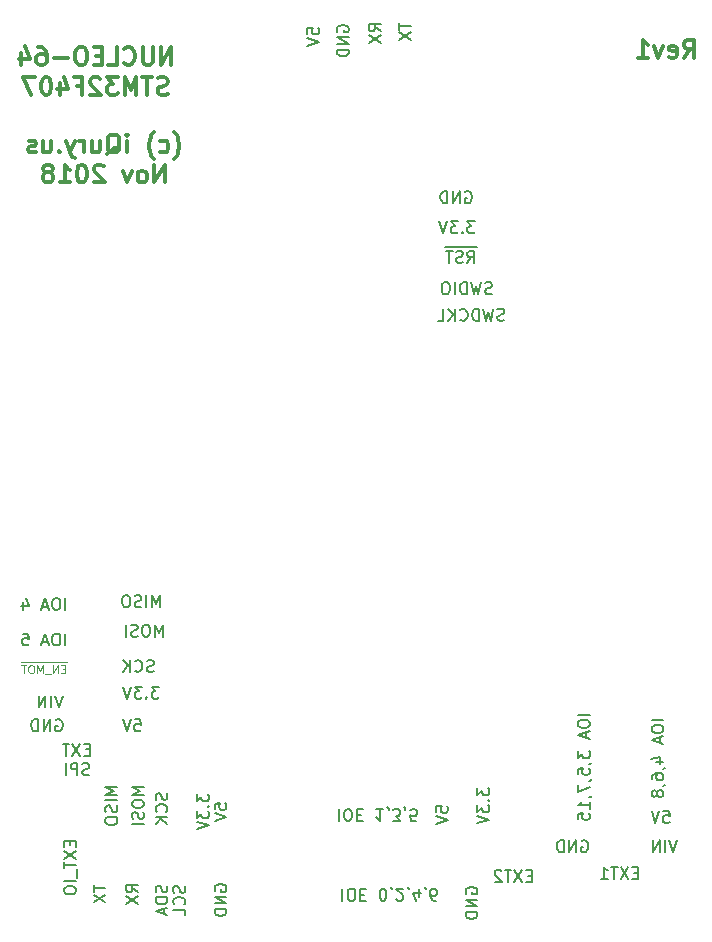
<source format=gbo>
G04 #@! TF.GenerationSoftware,KiCad,Pcbnew,6.0.0-rc1-unknown-82f657e~66~ubuntu18.10.1*
G04 #@! TF.CreationDate,2018-11-25T01:12:17-08:00*
G04 #@! TF.ProjectId,Nucleo-64-407,4e75636c-656f-42d3-9634-2d3430372e6b,rev?*
G04 #@! TF.SameCoordinates,PX328b740PY6ea0500*
G04 #@! TF.FileFunction,Legend,Bot*
G04 #@! TF.FilePolarity,Positive*
%FSLAX46Y46*%
G04 Gerber Fmt 4.6, Leading zero omitted, Abs format (unit mm)*
G04 Created by KiCad (PCBNEW 6.0.0-rc1-unknown-82f657e~66~ubuntu18.10.1) date Sun 25 Nov 2018 01:12:17 AM PST*
%MOMM*%
%LPD*%
G01*
G04 APERTURE LIST*
%ADD10C,0.150000*%
%ADD11C,0.100000*%
%ADD12C,0.300000*%
G04 APERTURE END LIST*
D10*
X10309523Y26547620D02*
X10309523Y27547620D01*
X9642857Y27547620D02*
X9452380Y27547620D01*
X9357142Y27500000D01*
X9261904Y27404762D01*
X9214285Y27214286D01*
X9214285Y26880953D01*
X9261904Y26690477D01*
X9357142Y26595239D01*
X9452380Y26547620D01*
X9642857Y26547620D01*
X9738095Y26595239D01*
X9833333Y26690477D01*
X9880952Y26880953D01*
X9880952Y27214286D01*
X9833333Y27404762D01*
X9738095Y27500000D01*
X9642857Y27547620D01*
X8833333Y26833334D02*
X8357142Y26833334D01*
X8928571Y26547620D02*
X8595238Y27547620D01*
X8261904Y26547620D01*
X6738095Y27214286D02*
X6738095Y26547620D01*
X6976190Y27595239D02*
X7214285Y26880953D01*
X6595238Y26880953D01*
X10309523Y23547620D02*
X10309523Y24547620D01*
X9642857Y24547620D02*
X9452380Y24547620D01*
X9357142Y24500000D01*
X9261904Y24404762D01*
X9214285Y24214286D01*
X9214285Y23880953D01*
X9261904Y23690477D01*
X9357142Y23595239D01*
X9452380Y23547620D01*
X9642857Y23547620D01*
X9738095Y23595239D01*
X9833333Y23690477D01*
X9880952Y23880953D01*
X9880952Y24214286D01*
X9833333Y24404762D01*
X9738095Y24500000D01*
X9642857Y24547620D01*
X8833333Y23833334D02*
X8357142Y23833334D01*
X8928571Y23547620D02*
X8595238Y24547620D01*
X8261904Y23547620D01*
X6690476Y24547620D02*
X7166666Y24547620D01*
X7214285Y24071429D01*
X7166666Y24119048D01*
X7071428Y24166667D01*
X6833333Y24166667D01*
X6738095Y24119048D01*
X6690476Y24071429D01*
X6642857Y23976191D01*
X6642857Y23738096D01*
X6690476Y23642858D01*
X6738095Y23595239D01*
X6833333Y23547620D01*
X7071428Y23547620D01*
X7166666Y23595239D01*
X7214285Y23642858D01*
D11*
X10483333Y22134000D02*
X9850000Y22134000D01*
X10316666Y21550000D02*
X10083333Y21550000D01*
X9983333Y21183334D02*
X10316666Y21183334D01*
X10316666Y21883334D01*
X9983333Y21883334D01*
X9850000Y22134000D02*
X9116666Y22134000D01*
X9683333Y21183334D02*
X9683333Y21883334D01*
X9283333Y21183334D01*
X9283333Y21883334D01*
X9116666Y22134000D02*
X8583333Y22134000D01*
X9116666Y21116667D02*
X8583333Y21116667D01*
X8583333Y22134000D02*
X7783333Y22134000D01*
X8416666Y21183334D02*
X8416666Y21883334D01*
X8183333Y21383334D01*
X7950000Y21883334D01*
X7950000Y21183334D01*
X7783333Y22134000D02*
X7050000Y22134000D01*
X7483333Y21883334D02*
X7350000Y21883334D01*
X7283333Y21850000D01*
X7216666Y21783334D01*
X7183333Y21650000D01*
X7183333Y21416667D01*
X7216666Y21283334D01*
X7283333Y21216667D01*
X7350000Y21183334D01*
X7483333Y21183334D01*
X7550000Y21216667D01*
X7616666Y21283334D01*
X7650000Y21416667D01*
X7650000Y21650000D01*
X7616666Y21783334D01*
X7550000Y21850000D01*
X7483333Y21883334D01*
X7050000Y22134000D02*
X6516666Y22134000D01*
X6983333Y21883334D02*
X6583333Y21883334D01*
X6783333Y21183334D02*
X6783333Y21883334D01*
D10*
X18321428Y26797620D02*
X18321428Y27797620D01*
X17988095Y27083334D01*
X17654761Y27797620D01*
X17654761Y26797620D01*
X17178571Y26797620D02*
X17178571Y27797620D01*
X16750000Y26845239D02*
X16607142Y26797620D01*
X16369047Y26797620D01*
X16273809Y26845239D01*
X16226190Y26892858D01*
X16178571Y26988096D01*
X16178571Y27083334D01*
X16226190Y27178572D01*
X16273809Y27226191D01*
X16369047Y27273810D01*
X16559523Y27321429D01*
X16654761Y27369048D01*
X16702380Y27416667D01*
X16750000Y27511905D01*
X16750000Y27607143D01*
X16702380Y27702381D01*
X16654761Y27750000D01*
X16559523Y27797620D01*
X16321428Y27797620D01*
X16178571Y27750000D01*
X15559523Y27797620D02*
X15369047Y27797620D01*
X15273809Y27750000D01*
X15178571Y27654762D01*
X15130952Y27464286D01*
X15130952Y27130953D01*
X15178571Y26940477D01*
X15273809Y26845239D01*
X15369047Y26797620D01*
X15559523Y26797620D01*
X15654761Y26845239D01*
X15750000Y26940477D01*
X15797619Y27130953D01*
X15797619Y27464286D01*
X15750000Y27654762D01*
X15654761Y27750000D01*
X15559523Y27797620D01*
X18571428Y24297620D02*
X18571428Y25297620D01*
X18238095Y24583334D01*
X17904761Y25297620D01*
X17904761Y24297620D01*
X17238095Y25297620D02*
X17047619Y25297620D01*
X16952380Y25250000D01*
X16857142Y25154762D01*
X16809523Y24964286D01*
X16809523Y24630953D01*
X16857142Y24440477D01*
X16952380Y24345239D01*
X17047619Y24297620D01*
X17238095Y24297620D01*
X17333333Y24345239D01*
X17428571Y24440477D01*
X17476190Y24630953D01*
X17476190Y24964286D01*
X17428571Y25154762D01*
X17333333Y25250000D01*
X17238095Y25297620D01*
X16428571Y24345239D02*
X16285714Y24297620D01*
X16047619Y24297620D01*
X15952380Y24345239D01*
X15904761Y24392858D01*
X15857142Y24488096D01*
X15857142Y24583334D01*
X15904761Y24678572D01*
X15952380Y24726191D01*
X16047619Y24773810D01*
X16238095Y24821429D01*
X16333333Y24869048D01*
X16380952Y24916667D01*
X16428571Y25011905D01*
X16428571Y25107143D01*
X16380952Y25202381D01*
X16333333Y25250000D01*
X16238095Y25297620D01*
X16000000Y25297620D01*
X15857142Y25250000D01*
X15428571Y24297620D02*
X15428571Y25297620D01*
X17785714Y21345239D02*
X17642857Y21297620D01*
X17404761Y21297620D01*
X17309523Y21345239D01*
X17261904Y21392858D01*
X17214285Y21488096D01*
X17214285Y21583334D01*
X17261904Y21678572D01*
X17309523Y21726191D01*
X17404761Y21773810D01*
X17595238Y21821429D01*
X17690476Y21869048D01*
X17738095Y21916667D01*
X17785714Y22011905D01*
X17785714Y22107143D01*
X17738095Y22202381D01*
X17690476Y22250000D01*
X17595238Y22297620D01*
X17357142Y22297620D01*
X17214285Y22250000D01*
X16214285Y21392858D02*
X16261904Y21345239D01*
X16404761Y21297620D01*
X16500000Y21297620D01*
X16642857Y21345239D01*
X16738095Y21440477D01*
X16785714Y21535715D01*
X16833333Y21726191D01*
X16833333Y21869048D01*
X16785714Y22059524D01*
X16738095Y22154762D01*
X16642857Y22250000D01*
X16500000Y22297620D01*
X16404761Y22297620D01*
X16261904Y22250000D01*
X16214285Y22202381D01*
X15785714Y21297620D02*
X15785714Y22297620D01*
X15214285Y21297620D02*
X15642857Y21869048D01*
X15214285Y22297620D02*
X15785714Y21726191D01*
X10095238Y19297620D02*
X9761904Y18297620D01*
X9428571Y19297620D01*
X9095238Y18297620D02*
X9095238Y19297620D01*
X8619047Y18297620D02*
X8619047Y19297620D01*
X8047619Y18297620D01*
X8047619Y19297620D01*
X18226190Y20047620D02*
X17607142Y20047620D01*
X17940476Y19666667D01*
X17797619Y19666667D01*
X17702380Y19619048D01*
X17654761Y19571429D01*
X17607142Y19476191D01*
X17607142Y19238096D01*
X17654761Y19142858D01*
X17702380Y19095239D01*
X17797619Y19047620D01*
X18083333Y19047620D01*
X18178571Y19095239D01*
X18226190Y19142858D01*
X17178571Y19142858D02*
X17130952Y19095239D01*
X17178571Y19047620D01*
X17226190Y19095239D01*
X17178571Y19142858D01*
X17178571Y19047620D01*
X16797619Y20047620D02*
X16178571Y20047620D01*
X16511904Y19666667D01*
X16369047Y19666667D01*
X16273809Y19619048D01*
X16226190Y19571429D01*
X16178571Y19476191D01*
X16178571Y19238096D01*
X16226190Y19142858D01*
X16273809Y19095239D01*
X16369047Y19047620D01*
X16654761Y19047620D01*
X16750000Y19095239D01*
X16797619Y19142858D01*
X15892857Y20047620D02*
X15559523Y19047620D01*
X15226190Y20047620D01*
X16190476Y17297620D02*
X16666666Y17297620D01*
X16714285Y16821429D01*
X16666666Y16869048D01*
X16571428Y16916667D01*
X16333333Y16916667D01*
X16238095Y16869048D01*
X16190476Y16821429D01*
X16142857Y16726191D01*
X16142857Y16488096D01*
X16190476Y16392858D01*
X16238095Y16345239D01*
X16333333Y16297620D01*
X16571428Y16297620D01*
X16666666Y16345239D01*
X16714285Y16392858D01*
X15857142Y17297620D02*
X15523809Y16297620D01*
X15190476Y17297620D01*
X9511904Y17250000D02*
X9607142Y17297620D01*
X9750000Y17297620D01*
X9892857Y17250000D01*
X9988095Y17154762D01*
X10035714Y17059524D01*
X10083333Y16869048D01*
X10083333Y16726191D01*
X10035714Y16535715D01*
X9988095Y16440477D01*
X9892857Y16345239D01*
X9750000Y16297620D01*
X9654761Y16297620D01*
X9511904Y16345239D01*
X9464285Y16392858D01*
X9464285Y16726191D01*
X9654761Y16726191D01*
X9035714Y16297620D02*
X9035714Y17297620D01*
X8464285Y16297620D01*
X8464285Y17297620D01*
X7988095Y16297620D02*
X7988095Y17297620D01*
X7750000Y17297620D01*
X7607142Y17250000D01*
X7511904Y17154762D01*
X7464285Y17059524D01*
X7416666Y16869048D01*
X7416666Y16726191D01*
X7464285Y16535715D01*
X7511904Y16440477D01*
X7607142Y16345239D01*
X7750000Y16297620D01*
X7988095Y16297620D01*
X14702380Y11571429D02*
X13702380Y11571429D01*
X14416666Y11238096D01*
X13702380Y10904762D01*
X14702380Y10904762D01*
X14702380Y10428572D02*
X13702380Y10428572D01*
X14654761Y10000000D02*
X14702380Y9857143D01*
X14702380Y9619048D01*
X14654761Y9523810D01*
X14607142Y9476191D01*
X14511904Y9428572D01*
X14416666Y9428572D01*
X14321428Y9476191D01*
X14273809Y9523810D01*
X14226190Y9619048D01*
X14178571Y9809524D01*
X14130952Y9904762D01*
X14083333Y9952381D01*
X13988095Y10000000D01*
X13892857Y10000000D01*
X13797619Y9952381D01*
X13750000Y9904762D01*
X13702380Y9809524D01*
X13702380Y9571429D01*
X13750000Y9428572D01*
X13702380Y8809524D02*
X13702380Y8619048D01*
X13750000Y8523810D01*
X13845238Y8428572D01*
X14035714Y8380953D01*
X14369047Y8380953D01*
X14559523Y8428572D01*
X14654761Y8523810D01*
X14702380Y8619048D01*
X14702380Y8809524D01*
X14654761Y8904762D01*
X14559523Y9000000D01*
X14369047Y9047620D01*
X14035714Y9047620D01*
X13845238Y9000000D01*
X13750000Y8904762D01*
X13702380Y8809524D01*
X16952380Y11571429D02*
X15952380Y11571429D01*
X16666666Y11238096D01*
X15952380Y10904762D01*
X16952380Y10904762D01*
X15952380Y10238096D02*
X15952380Y10047620D01*
X16000000Y9952381D01*
X16095238Y9857143D01*
X16285714Y9809524D01*
X16619047Y9809524D01*
X16809523Y9857143D01*
X16904761Y9952381D01*
X16952380Y10047620D01*
X16952380Y10238096D01*
X16904761Y10333334D01*
X16809523Y10428572D01*
X16619047Y10476191D01*
X16285714Y10476191D01*
X16095238Y10428572D01*
X16000000Y10333334D01*
X15952380Y10238096D01*
X16904761Y9428572D02*
X16952380Y9285715D01*
X16952380Y9047620D01*
X16904761Y8952381D01*
X16857142Y8904762D01*
X16761904Y8857143D01*
X16666666Y8857143D01*
X16571428Y8904762D01*
X16523809Y8952381D01*
X16476190Y9047620D01*
X16428571Y9238096D01*
X16380952Y9333334D01*
X16333333Y9380953D01*
X16238095Y9428572D01*
X16142857Y9428572D01*
X16047619Y9380953D01*
X16000000Y9333334D01*
X15952380Y9238096D01*
X15952380Y9000000D01*
X16000000Y8857143D01*
X16952380Y8428572D02*
X15952380Y8428572D01*
X18904761Y11035715D02*
X18952380Y10892858D01*
X18952380Y10654762D01*
X18904761Y10559524D01*
X18857142Y10511905D01*
X18761904Y10464286D01*
X18666666Y10464286D01*
X18571428Y10511905D01*
X18523809Y10559524D01*
X18476190Y10654762D01*
X18428571Y10845239D01*
X18380952Y10940477D01*
X18333333Y10988096D01*
X18238095Y11035715D01*
X18142857Y11035715D01*
X18047619Y10988096D01*
X18000000Y10940477D01*
X17952380Y10845239D01*
X17952380Y10607143D01*
X18000000Y10464286D01*
X18857142Y9464286D02*
X18904761Y9511905D01*
X18952380Y9654762D01*
X18952380Y9750000D01*
X18904761Y9892858D01*
X18809523Y9988096D01*
X18714285Y10035715D01*
X18523809Y10083334D01*
X18380952Y10083334D01*
X18190476Y10035715D01*
X18095238Y9988096D01*
X18000000Y9892858D01*
X17952380Y9750000D01*
X17952380Y9654762D01*
X18000000Y9511905D01*
X18047619Y9464286D01*
X18952380Y9035715D02*
X17952380Y9035715D01*
X18952380Y8464286D02*
X18380952Y8892858D01*
X17952380Y8464286D02*
X18523809Y9035715D01*
X21452380Y10976191D02*
X21452380Y10357143D01*
X21833333Y10690477D01*
X21833333Y10547620D01*
X21880952Y10452381D01*
X21928571Y10404762D01*
X22023809Y10357143D01*
X22261904Y10357143D01*
X22357142Y10404762D01*
X22404761Y10452381D01*
X22452380Y10547620D01*
X22452380Y10833334D01*
X22404761Y10928572D01*
X22357142Y10976191D01*
X22357142Y9928572D02*
X22404761Y9880953D01*
X22452380Y9928572D01*
X22404761Y9976191D01*
X22357142Y9928572D01*
X22452380Y9928572D01*
X21452380Y9547620D02*
X21452380Y8928572D01*
X21833333Y9261905D01*
X21833333Y9119048D01*
X21880952Y9023810D01*
X21928571Y8976191D01*
X22023809Y8928572D01*
X22261904Y8928572D01*
X22357142Y8976191D01*
X22404761Y9023810D01*
X22452380Y9119048D01*
X22452380Y9404762D01*
X22404761Y9500000D01*
X22357142Y9547620D01*
X21452380Y8642858D02*
X22452380Y8309524D01*
X21452380Y7976191D01*
X22952380Y9690477D02*
X22952380Y10166667D01*
X23428571Y10214286D01*
X23380952Y10166667D01*
X23333333Y10071429D01*
X23333333Y9833334D01*
X23380952Y9738096D01*
X23428571Y9690477D01*
X23523809Y9642858D01*
X23761904Y9642858D01*
X23857142Y9690477D01*
X23904761Y9738096D01*
X23952380Y9833334D01*
X23952380Y10071429D01*
X23904761Y10166667D01*
X23857142Y10214286D01*
X22952380Y9357143D02*
X23952380Y9023810D01*
X22952380Y8690477D01*
X23000000Y2761905D02*
X22952380Y2857143D01*
X22952380Y3000000D01*
X23000000Y3142858D01*
X23095238Y3238096D01*
X23190476Y3285715D01*
X23380952Y3333334D01*
X23523809Y3333334D01*
X23714285Y3285715D01*
X23809523Y3238096D01*
X23904761Y3142858D01*
X23952380Y3000000D01*
X23952380Y2904762D01*
X23904761Y2761905D01*
X23857142Y2714286D01*
X23523809Y2714286D01*
X23523809Y2904762D01*
X23952380Y2285715D02*
X22952380Y2285715D01*
X23952380Y1714286D01*
X22952380Y1714286D01*
X23952380Y1238096D02*
X22952380Y1238096D01*
X22952380Y1000000D01*
X23000000Y857143D01*
X23095238Y761905D01*
X23190476Y714286D01*
X23380952Y666667D01*
X23523809Y666667D01*
X23714285Y714286D01*
X23809523Y761905D01*
X23904761Y857143D01*
X23952380Y1000000D01*
X23952380Y1238096D01*
X20404761Y3190477D02*
X20452380Y3047620D01*
X20452380Y2809524D01*
X20404761Y2714286D01*
X20357142Y2666667D01*
X20261904Y2619048D01*
X20166666Y2619048D01*
X20071428Y2666667D01*
X20023809Y2714286D01*
X19976190Y2809524D01*
X19928571Y3000000D01*
X19880952Y3095239D01*
X19833333Y3142858D01*
X19738095Y3190477D01*
X19642857Y3190477D01*
X19547619Y3142858D01*
X19500000Y3095239D01*
X19452380Y3000000D01*
X19452380Y2761905D01*
X19500000Y2619048D01*
X20357142Y1619048D02*
X20404761Y1666667D01*
X20452380Y1809524D01*
X20452380Y1904762D01*
X20404761Y2047620D01*
X20309523Y2142858D01*
X20214285Y2190477D01*
X20023809Y2238096D01*
X19880952Y2238096D01*
X19690476Y2190477D01*
X19595238Y2142858D01*
X19500000Y2047620D01*
X19452380Y1904762D01*
X19452380Y1809524D01*
X19500000Y1666667D01*
X19547619Y1619048D01*
X20452380Y714286D02*
X20452380Y1190477D01*
X19452380Y1190477D01*
X18904761Y3214286D02*
X18952380Y3071429D01*
X18952380Y2833334D01*
X18904761Y2738096D01*
X18857142Y2690477D01*
X18761904Y2642858D01*
X18666666Y2642858D01*
X18571428Y2690477D01*
X18523809Y2738096D01*
X18476190Y2833334D01*
X18428571Y3023810D01*
X18380952Y3119048D01*
X18333333Y3166667D01*
X18238095Y3214286D01*
X18142857Y3214286D01*
X18047619Y3166667D01*
X18000000Y3119048D01*
X17952380Y3023810D01*
X17952380Y2785715D01*
X18000000Y2642858D01*
X18952380Y2214286D02*
X17952380Y2214286D01*
X17952380Y1976191D01*
X18000000Y1833334D01*
X18095238Y1738096D01*
X18190476Y1690477D01*
X18380952Y1642858D01*
X18523809Y1642858D01*
X18714285Y1690477D01*
X18809523Y1738096D01*
X18904761Y1833334D01*
X18952380Y1976191D01*
X18952380Y2214286D01*
X18666666Y1261905D02*
X18666666Y785715D01*
X18952380Y1357143D02*
X17952380Y1023810D01*
X18952380Y690477D01*
X16452380Y2666667D02*
X15976190Y3000000D01*
X16452380Y3238096D02*
X15452380Y3238096D01*
X15452380Y2857143D01*
X15500000Y2761905D01*
X15547619Y2714286D01*
X15642857Y2666667D01*
X15785714Y2666667D01*
X15880952Y2714286D01*
X15928571Y2761905D01*
X15976190Y2857143D01*
X15976190Y3238096D01*
X15452380Y2333334D02*
X16452380Y1666667D01*
X15452380Y1666667D02*
X16452380Y2333334D01*
X12702380Y3261905D02*
X12702380Y2690477D01*
X13702380Y2976191D02*
X12702380Y2976191D01*
X12702380Y2452381D02*
X13702380Y1785715D01*
X12702380Y1785715D02*
X13702380Y2452381D01*
X33773809Y2952381D02*
X33773809Y1952381D01*
X34440476Y1952381D02*
X34630952Y1952381D01*
X34726190Y2000000D01*
X34821428Y2095239D01*
X34869047Y2285715D01*
X34869047Y2619048D01*
X34821428Y2809524D01*
X34726190Y2904762D01*
X34630952Y2952381D01*
X34440476Y2952381D01*
X34345238Y2904762D01*
X34250000Y2809524D01*
X34202380Y2619048D01*
X34202380Y2285715D01*
X34250000Y2095239D01*
X34345238Y2000000D01*
X34440476Y1952381D01*
X35297619Y2428572D02*
X35630952Y2428572D01*
X35773809Y2952381D02*
X35297619Y2952381D01*
X35297619Y1952381D01*
X35773809Y1952381D01*
X37154761Y1952381D02*
X37250000Y1952381D01*
X37345238Y2000000D01*
X37392857Y2047620D01*
X37440476Y2142858D01*
X37488095Y2333334D01*
X37488095Y2571429D01*
X37440476Y2761905D01*
X37392857Y2857143D01*
X37345238Y2904762D01*
X37250000Y2952381D01*
X37154761Y2952381D01*
X37059523Y2904762D01*
X37011904Y2857143D01*
X36964285Y2761905D01*
X36916666Y2571429D01*
X36916666Y2333334D01*
X36964285Y2142858D01*
X37011904Y2047620D01*
X37059523Y2000000D01*
X37154761Y1952381D01*
X37964285Y2904762D02*
X37964285Y2952381D01*
X37916666Y3047620D01*
X37869047Y3095239D01*
X38345238Y2047620D02*
X38392857Y2000000D01*
X38488095Y1952381D01*
X38726190Y1952381D01*
X38821428Y2000000D01*
X38869047Y2047620D01*
X38916666Y2142858D01*
X38916666Y2238096D01*
X38869047Y2380953D01*
X38297619Y2952381D01*
X38916666Y2952381D01*
X39392857Y2904762D02*
X39392857Y2952381D01*
X39345238Y3047620D01*
X39297619Y3095239D01*
X40250000Y2285715D02*
X40250000Y2952381D01*
X40011904Y1904762D02*
X39773809Y2619048D01*
X40392857Y2619048D01*
X40821428Y2904762D02*
X40821428Y2952381D01*
X40773809Y3047620D01*
X40726190Y3095239D01*
X41678571Y1952381D02*
X41488095Y1952381D01*
X41392857Y2000000D01*
X41345238Y2047620D01*
X41250000Y2190477D01*
X41202380Y2380953D01*
X41202380Y2761905D01*
X41250000Y2857143D01*
X41297619Y2904762D01*
X41392857Y2952381D01*
X41583333Y2952381D01*
X41678571Y2904762D01*
X41726190Y2857143D01*
X41773809Y2761905D01*
X41773809Y2523810D01*
X41726190Y2428572D01*
X41678571Y2380953D01*
X41583333Y2333334D01*
X41392857Y2333334D01*
X41297619Y2380953D01*
X41250000Y2428572D01*
X41202380Y2523810D01*
X33488095Y9702381D02*
X33488095Y8702381D01*
X34154761Y8702381D02*
X34345238Y8702381D01*
X34440476Y8750000D01*
X34535714Y8845239D01*
X34583333Y9035715D01*
X34583333Y9369048D01*
X34535714Y9559524D01*
X34440476Y9654762D01*
X34345238Y9702381D01*
X34154761Y9702381D01*
X34059523Y9654762D01*
X33964285Y9559524D01*
X33916666Y9369048D01*
X33916666Y9035715D01*
X33964285Y8845239D01*
X34059523Y8750000D01*
X34154761Y8702381D01*
X35011904Y9178572D02*
X35345238Y9178572D01*
X35488095Y9702381D02*
X35011904Y9702381D01*
X35011904Y8702381D01*
X35488095Y8702381D01*
X37202380Y9702381D02*
X36630952Y9702381D01*
X36916666Y9702381D02*
X36916666Y8702381D01*
X36821428Y8845239D01*
X36726190Y8940477D01*
X36630952Y8988096D01*
X37678571Y9654762D02*
X37678571Y9702381D01*
X37630952Y9797620D01*
X37583333Y9845239D01*
X38011904Y8702381D02*
X38630952Y8702381D01*
X38297619Y9083334D01*
X38440476Y9083334D01*
X38535714Y9130953D01*
X38583333Y9178572D01*
X38630952Y9273810D01*
X38630952Y9511905D01*
X38583333Y9607143D01*
X38535714Y9654762D01*
X38440476Y9702381D01*
X38154761Y9702381D01*
X38059523Y9654762D01*
X38011904Y9607143D01*
X39107142Y9654762D02*
X39107142Y9702381D01*
X39059523Y9797620D01*
X39011904Y9845239D01*
X40011904Y8702381D02*
X39535714Y8702381D01*
X39488095Y9178572D01*
X39535714Y9130953D01*
X39630952Y9083334D01*
X39869047Y9083334D01*
X39964285Y9130953D01*
X40011904Y9178572D01*
X40059523Y9273810D01*
X40059523Y9511905D01*
X40011904Y9607143D01*
X39964285Y9654762D01*
X39869047Y9702381D01*
X39630952Y9702381D01*
X39535714Y9654762D01*
X39488095Y9607143D01*
X44250000Y2511905D02*
X44202380Y2607143D01*
X44202380Y2750000D01*
X44250000Y2892858D01*
X44345238Y2988096D01*
X44440476Y3035715D01*
X44630952Y3083334D01*
X44773809Y3083334D01*
X44964285Y3035715D01*
X45059523Y2988096D01*
X45154761Y2892858D01*
X45202380Y2750000D01*
X45202380Y2654762D01*
X45154761Y2511905D01*
X45107142Y2464286D01*
X44773809Y2464286D01*
X44773809Y2654762D01*
X45202380Y2035715D02*
X44202380Y2035715D01*
X45202380Y1464286D01*
X44202380Y1464286D01*
X45202380Y988096D02*
X44202380Y988096D01*
X44202380Y750000D01*
X44250000Y607143D01*
X44345238Y511905D01*
X44440476Y464286D01*
X44630952Y416667D01*
X44773809Y416667D01*
X44964285Y464286D01*
X45059523Y511905D01*
X45154761Y607143D01*
X45202380Y750000D01*
X45202380Y988096D01*
X45202380Y11476191D02*
X45202380Y10857143D01*
X45583333Y11190477D01*
X45583333Y11047620D01*
X45630952Y10952381D01*
X45678571Y10904762D01*
X45773809Y10857143D01*
X46011904Y10857143D01*
X46107142Y10904762D01*
X46154761Y10952381D01*
X46202380Y11047620D01*
X46202380Y11333334D01*
X46154761Y11428572D01*
X46107142Y11476191D01*
X46107142Y10428572D02*
X46154761Y10380953D01*
X46202380Y10428572D01*
X46154761Y10476191D01*
X46107142Y10428572D01*
X46202380Y10428572D01*
X45202380Y10047620D02*
X45202380Y9428572D01*
X45583333Y9761905D01*
X45583333Y9619048D01*
X45630952Y9523810D01*
X45678571Y9476191D01*
X45773809Y9428572D01*
X46011904Y9428572D01*
X46107142Y9476191D01*
X46154761Y9523810D01*
X46202380Y9619048D01*
X46202380Y9904762D01*
X46154761Y10000000D01*
X46107142Y10047620D01*
X45202380Y9142858D02*
X46202380Y8809524D01*
X45202380Y8476191D01*
X41702380Y9440477D02*
X41702380Y9916667D01*
X42178571Y9964286D01*
X42130952Y9916667D01*
X42083333Y9821429D01*
X42083333Y9583334D01*
X42130952Y9488096D01*
X42178571Y9440477D01*
X42273809Y9392858D01*
X42511904Y9392858D01*
X42607142Y9440477D01*
X42654761Y9488096D01*
X42702380Y9583334D01*
X42702380Y9821429D01*
X42654761Y9916667D01*
X42607142Y9964286D01*
X41702380Y9107143D02*
X42702380Y8773810D01*
X41702380Y8440477D01*
X54702380Y17678572D02*
X53702380Y17678572D01*
X53702380Y17011905D02*
X53702380Y16821429D01*
X53750000Y16726191D01*
X53845238Y16630953D01*
X54035714Y16583334D01*
X54369047Y16583334D01*
X54559523Y16630953D01*
X54654761Y16726191D01*
X54702380Y16821429D01*
X54702380Y17011905D01*
X54654761Y17107143D01*
X54559523Y17202381D01*
X54369047Y17250000D01*
X54035714Y17250000D01*
X53845238Y17202381D01*
X53750000Y17107143D01*
X53702380Y17011905D01*
X54416666Y16202381D02*
X54416666Y15726191D01*
X54702380Y16297620D02*
X53702380Y15964286D01*
X54702380Y15630953D01*
X53702380Y14630953D02*
X53702380Y14011905D01*
X54083333Y14345239D01*
X54083333Y14202381D01*
X54130952Y14107143D01*
X54178571Y14059524D01*
X54273809Y14011905D01*
X54511904Y14011905D01*
X54607142Y14059524D01*
X54654761Y14107143D01*
X54702380Y14202381D01*
X54702380Y14488096D01*
X54654761Y14583334D01*
X54607142Y14630953D01*
X54654761Y13535715D02*
X54702380Y13535715D01*
X54797619Y13583334D01*
X54845238Y13630953D01*
X53702380Y12630953D02*
X53702380Y13107143D01*
X54178571Y13154762D01*
X54130952Y13107143D01*
X54083333Y13011905D01*
X54083333Y12773810D01*
X54130952Y12678572D01*
X54178571Y12630953D01*
X54273809Y12583334D01*
X54511904Y12583334D01*
X54607142Y12630953D01*
X54654761Y12678572D01*
X54702380Y12773810D01*
X54702380Y13011905D01*
X54654761Y13107143D01*
X54607142Y13154762D01*
X54654761Y12107143D02*
X54702380Y12107143D01*
X54797619Y12154762D01*
X54845238Y12202381D01*
X53702380Y11773810D02*
X53702380Y11107143D01*
X54702380Y11535715D01*
X54654761Y10678572D02*
X54702380Y10678572D01*
X54797619Y10726191D01*
X54845238Y10773810D01*
X54702380Y9726191D02*
X54702380Y10297620D01*
X54702380Y10011905D02*
X53702380Y10011905D01*
X53845238Y10107143D01*
X53940476Y10202381D01*
X53988095Y10297620D01*
X53702380Y8821429D02*
X53702380Y9297620D01*
X54178571Y9345239D01*
X54130952Y9297620D01*
X54083333Y9202381D01*
X54083333Y8964286D01*
X54130952Y8869048D01*
X54178571Y8821429D01*
X54273809Y8773810D01*
X54511904Y8773810D01*
X54607142Y8821429D01*
X54654761Y8869048D01*
X54702380Y8964286D01*
X54702380Y9202381D01*
X54654761Y9297620D01*
X54607142Y9345239D01*
X54011904Y7000000D02*
X54107142Y7047620D01*
X54250000Y7047620D01*
X54392857Y7000000D01*
X54488095Y6904762D01*
X54535714Y6809524D01*
X54583333Y6619048D01*
X54583333Y6476191D01*
X54535714Y6285715D01*
X54488095Y6190477D01*
X54392857Y6095239D01*
X54250000Y6047620D01*
X54154761Y6047620D01*
X54011904Y6095239D01*
X53964285Y6142858D01*
X53964285Y6476191D01*
X54154761Y6476191D01*
X53535714Y6047620D02*
X53535714Y7047620D01*
X52964285Y6047620D01*
X52964285Y7047620D01*
X52488095Y6047620D02*
X52488095Y7047620D01*
X52250000Y7047620D01*
X52107142Y7000000D01*
X52011904Y6904762D01*
X51964285Y6809524D01*
X51916666Y6619048D01*
X51916666Y6476191D01*
X51964285Y6285715D01*
X52011904Y6190477D01*
X52107142Y6095239D01*
X52250000Y6047620D01*
X52488095Y6047620D01*
X62095238Y7047620D02*
X61761904Y6047620D01*
X61428571Y7047620D01*
X61095238Y6047620D02*
X61095238Y7047620D01*
X60619047Y6047620D02*
X60619047Y7047620D01*
X60047619Y6047620D01*
X60047619Y7047620D01*
X60940476Y9547620D02*
X61416666Y9547620D01*
X61464285Y9071429D01*
X61416666Y9119048D01*
X61321428Y9166667D01*
X61083333Y9166667D01*
X60988095Y9119048D01*
X60940476Y9071429D01*
X60892857Y8976191D01*
X60892857Y8738096D01*
X60940476Y8642858D01*
X60988095Y8595239D01*
X61083333Y8547620D01*
X61321428Y8547620D01*
X61416666Y8595239D01*
X61464285Y8642858D01*
X60607142Y9547620D02*
X60273809Y8547620D01*
X59940476Y9547620D01*
X60952380Y17238096D02*
X59952380Y17238096D01*
X59952380Y16571429D02*
X59952380Y16380953D01*
X60000000Y16285715D01*
X60095238Y16190477D01*
X60285714Y16142858D01*
X60619047Y16142858D01*
X60809523Y16190477D01*
X60904761Y16285715D01*
X60952380Y16380953D01*
X60952380Y16571429D01*
X60904761Y16666667D01*
X60809523Y16761905D01*
X60619047Y16809524D01*
X60285714Y16809524D01*
X60095238Y16761905D01*
X60000000Y16666667D01*
X59952380Y16571429D01*
X60666666Y15761905D02*
X60666666Y15285715D01*
X60952380Y15857143D02*
X59952380Y15523810D01*
X60952380Y15190477D01*
X60285714Y13666667D02*
X60952380Y13666667D01*
X59904761Y13904762D02*
X60619047Y14142858D01*
X60619047Y13523810D01*
X60904761Y13095239D02*
X60952380Y13095239D01*
X61047619Y13142858D01*
X61095238Y13190477D01*
X59952380Y12238096D02*
X59952380Y12428572D01*
X60000000Y12523810D01*
X60047619Y12571429D01*
X60190476Y12666667D01*
X60380952Y12714286D01*
X60761904Y12714286D01*
X60857142Y12666667D01*
X60904761Y12619048D01*
X60952380Y12523810D01*
X60952380Y12333334D01*
X60904761Y12238096D01*
X60857142Y12190477D01*
X60761904Y12142858D01*
X60523809Y12142858D01*
X60428571Y12190477D01*
X60380952Y12238096D01*
X60333333Y12333334D01*
X60333333Y12523810D01*
X60380952Y12619048D01*
X60428571Y12666667D01*
X60523809Y12714286D01*
X60904761Y11666667D02*
X60952380Y11666667D01*
X61047619Y11714286D01*
X61095238Y11761905D01*
X60380952Y11095239D02*
X60333333Y11190477D01*
X60285714Y11238096D01*
X60190476Y11285715D01*
X60142857Y11285715D01*
X60047619Y11238096D01*
X60000000Y11190477D01*
X59952380Y11095239D01*
X59952380Y10904762D01*
X60000000Y10809524D01*
X60047619Y10761905D01*
X60142857Y10714286D01*
X60190476Y10714286D01*
X60285714Y10761905D01*
X60333333Y10809524D01*
X60380952Y10904762D01*
X60380952Y11095239D01*
X60428571Y11190477D01*
X60476190Y11238096D01*
X60571428Y11285715D01*
X60761904Y11285715D01*
X60857142Y11238096D01*
X60904761Y11190477D01*
X60952380Y11095239D01*
X60952380Y10904762D01*
X60904761Y10809524D01*
X60857142Y10761905D01*
X60761904Y10714286D01*
X60571428Y10714286D01*
X60476190Y10761905D01*
X60428571Y10809524D01*
X60380952Y10904762D01*
X12371428Y14746429D02*
X12038095Y14746429D01*
X11895238Y14222620D02*
X12371428Y14222620D01*
X12371428Y15222620D01*
X11895238Y15222620D01*
X11561904Y15222620D02*
X10895238Y14222620D01*
X10895238Y15222620D02*
X11561904Y14222620D01*
X10657142Y15222620D02*
X10085714Y15222620D01*
X10371428Y14222620D02*
X10371428Y15222620D01*
X12323809Y12620239D02*
X12180952Y12572620D01*
X11942857Y12572620D01*
X11847619Y12620239D01*
X11800000Y12667858D01*
X11752380Y12763096D01*
X11752380Y12858334D01*
X11800000Y12953572D01*
X11847619Y13001191D01*
X11942857Y13048810D01*
X12133333Y13096429D01*
X12228571Y13144048D01*
X12276190Y13191667D01*
X12323809Y13286905D01*
X12323809Y13382143D01*
X12276190Y13477381D01*
X12228571Y13525000D01*
X12133333Y13572620D01*
X11895238Y13572620D01*
X11752380Y13525000D01*
X11323809Y12572620D02*
X11323809Y13572620D01*
X10942857Y13572620D01*
X10847619Y13525000D01*
X10800000Y13477381D01*
X10752380Y13382143D01*
X10752380Y13239286D01*
X10800000Y13144048D01*
X10847619Y13096429D01*
X10942857Y13048810D01*
X11323809Y13048810D01*
X10323809Y12572620D02*
X10323809Y13572620D01*
X58797619Y4321429D02*
X58464285Y4321429D01*
X58321428Y3797620D02*
X58797619Y3797620D01*
X58797619Y4797620D01*
X58321428Y4797620D01*
X57988095Y4797620D02*
X57321428Y3797620D01*
X57321428Y4797620D02*
X57988095Y3797620D01*
X57083333Y4797620D02*
X56511904Y4797620D01*
X56797619Y3797620D02*
X56797619Y4797620D01*
X55654761Y3797620D02*
X56226190Y3797620D01*
X55940476Y3797620D02*
X55940476Y4797620D01*
X56035714Y4654762D01*
X56130952Y4559524D01*
X56226190Y4511905D01*
X49797619Y4071429D02*
X49464285Y4071429D01*
X49321428Y3547620D02*
X49797619Y3547620D01*
X49797619Y4547620D01*
X49321428Y4547620D01*
X48988095Y4547620D02*
X48321428Y3547620D01*
X48321428Y4547620D02*
X48988095Y3547620D01*
X48083333Y4547620D02*
X47511904Y4547620D01*
X47797619Y3547620D02*
X47797619Y4547620D01*
X47226190Y4452381D02*
X47178571Y4500000D01*
X47083333Y4547620D01*
X46845238Y4547620D01*
X46750000Y4500000D01*
X46702380Y4452381D01*
X46654761Y4357143D01*
X46654761Y4261905D01*
X46702380Y4119048D01*
X47273809Y3547620D01*
X46654761Y3547620D01*
X10678571Y6964286D02*
X10678571Y6630953D01*
X11202380Y6488096D02*
X11202380Y6964286D01*
X10202380Y6964286D01*
X10202380Y6488096D01*
X10202380Y6154762D02*
X11202380Y5488096D01*
X10202380Y5488096D02*
X11202380Y6154762D01*
X10202380Y5250000D02*
X10202380Y4678572D01*
X11202380Y4964286D02*
X10202380Y4964286D01*
X11297619Y4583334D02*
X11297619Y3821429D01*
X11202380Y3583334D02*
X10202380Y3583334D01*
X10202380Y2916667D02*
X10202380Y2726191D01*
X10250000Y2630953D01*
X10345238Y2535715D01*
X10535714Y2488096D01*
X10869047Y2488096D01*
X11059523Y2535715D01*
X11154761Y2630953D01*
X11202380Y2726191D01*
X11202380Y2916667D01*
X11154761Y3011905D01*
X11059523Y3107143D01*
X10869047Y3154762D01*
X10535714Y3154762D01*
X10345238Y3107143D01*
X10250000Y3011905D01*
X10202380Y2916667D01*
X47461904Y51095239D02*
X47319047Y51047620D01*
X47080952Y51047620D01*
X46985714Y51095239D01*
X46938095Y51142858D01*
X46890476Y51238096D01*
X46890476Y51333334D01*
X46938095Y51428572D01*
X46985714Y51476191D01*
X47080952Y51523810D01*
X47271428Y51571429D01*
X47366666Y51619048D01*
X47414285Y51666667D01*
X47461904Y51761905D01*
X47461904Y51857143D01*
X47414285Y51952381D01*
X47366666Y52000000D01*
X47271428Y52047620D01*
X47033333Y52047620D01*
X46890476Y52000000D01*
X46557142Y52047620D02*
X46319047Y51047620D01*
X46128571Y51761905D01*
X45938095Y51047620D01*
X45700000Y52047620D01*
X45319047Y51047620D02*
X45319047Y52047620D01*
X45080952Y52047620D01*
X44938095Y52000000D01*
X44842857Y51904762D01*
X44795238Y51809524D01*
X44747619Y51619048D01*
X44747619Y51476191D01*
X44795238Y51285715D01*
X44842857Y51190477D01*
X44938095Y51095239D01*
X45080952Y51047620D01*
X45319047Y51047620D01*
X43747619Y51142858D02*
X43795238Y51095239D01*
X43938095Y51047620D01*
X44033333Y51047620D01*
X44176190Y51095239D01*
X44271428Y51190477D01*
X44319047Y51285715D01*
X44366666Y51476191D01*
X44366666Y51619048D01*
X44319047Y51809524D01*
X44271428Y51904762D01*
X44176190Y52000000D01*
X44033333Y52047620D01*
X43938095Y52047620D01*
X43795238Y52000000D01*
X43747619Y51952381D01*
X43319047Y51047620D02*
X43319047Y52047620D01*
X42747619Y51047620D02*
X43176190Y51619048D01*
X42747619Y52047620D02*
X43319047Y51476191D01*
X41842857Y51047620D02*
X42319047Y51047620D01*
X42319047Y52047620D01*
X46419047Y53345239D02*
X46276190Y53297620D01*
X46038095Y53297620D01*
X45942857Y53345239D01*
X45895238Y53392858D01*
X45847619Y53488096D01*
X45847619Y53583334D01*
X45895238Y53678572D01*
X45942857Y53726191D01*
X46038095Y53773810D01*
X46228571Y53821429D01*
X46323809Y53869048D01*
X46371428Y53916667D01*
X46419047Y54011905D01*
X46419047Y54107143D01*
X46371428Y54202381D01*
X46323809Y54250000D01*
X46228571Y54297620D01*
X45990476Y54297620D01*
X45847619Y54250000D01*
X45514285Y54297620D02*
X45276190Y53297620D01*
X45085714Y54011905D01*
X44895238Y53297620D01*
X44657142Y54297620D01*
X44276190Y53297620D02*
X44276190Y54297620D01*
X44038095Y54297620D01*
X43895238Y54250000D01*
X43800000Y54154762D01*
X43752380Y54059524D01*
X43704761Y53869048D01*
X43704761Y53726191D01*
X43752380Y53535715D01*
X43800000Y53440477D01*
X43895238Y53345239D01*
X44038095Y53297620D01*
X44276190Y53297620D01*
X43276190Y53297620D02*
X43276190Y54297620D01*
X42609523Y54297620D02*
X42419047Y54297620D01*
X42323809Y54250000D01*
X42228571Y54154762D01*
X42180952Y53964286D01*
X42180952Y53630953D01*
X42228571Y53440477D01*
X42323809Y53345239D01*
X42419047Y53297620D01*
X42609523Y53297620D01*
X42704761Y53345239D01*
X42800000Y53440477D01*
X42847619Y53630953D01*
X42847619Y53964286D01*
X42800000Y54154762D01*
X42704761Y54250000D01*
X42609523Y54297620D01*
X45157142Y57315000D02*
X44157142Y57315000D01*
X44347619Y55947620D02*
X44680952Y56423810D01*
X44919047Y55947620D02*
X44919047Y56947620D01*
X44538095Y56947620D01*
X44442857Y56900000D01*
X44395238Y56852381D01*
X44347619Y56757143D01*
X44347619Y56614286D01*
X44395238Y56519048D01*
X44442857Y56471429D01*
X44538095Y56423810D01*
X44919047Y56423810D01*
X44157142Y57315000D02*
X43204761Y57315000D01*
X43966666Y55995239D02*
X43823809Y55947620D01*
X43585714Y55947620D01*
X43490476Y55995239D01*
X43442857Y56042858D01*
X43395238Y56138096D01*
X43395238Y56233334D01*
X43442857Y56328572D01*
X43490476Y56376191D01*
X43585714Y56423810D01*
X43776190Y56471429D01*
X43871428Y56519048D01*
X43919047Y56566667D01*
X43966666Y56661905D01*
X43966666Y56757143D01*
X43919047Y56852381D01*
X43871428Y56900000D01*
X43776190Y56947620D01*
X43538095Y56947620D01*
X43395238Y56900000D01*
X43204761Y57315000D02*
X42442857Y57315000D01*
X43109523Y56947620D02*
X42538095Y56947620D01*
X42823809Y55947620D02*
X42823809Y56947620D01*
X44976190Y59447620D02*
X44357142Y59447620D01*
X44690476Y59066667D01*
X44547619Y59066667D01*
X44452380Y59019048D01*
X44404761Y58971429D01*
X44357142Y58876191D01*
X44357142Y58638096D01*
X44404761Y58542858D01*
X44452380Y58495239D01*
X44547619Y58447620D01*
X44833333Y58447620D01*
X44928571Y58495239D01*
X44976190Y58542858D01*
X43928571Y58542858D02*
X43880952Y58495239D01*
X43928571Y58447620D01*
X43976190Y58495239D01*
X43928571Y58542858D01*
X43928571Y58447620D01*
X43547619Y59447620D02*
X42928571Y59447620D01*
X43261904Y59066667D01*
X43119047Y59066667D01*
X43023809Y59019048D01*
X42976190Y58971429D01*
X42928571Y58876191D01*
X42928571Y58638096D01*
X42976190Y58542858D01*
X43023809Y58495239D01*
X43119047Y58447620D01*
X43404761Y58447620D01*
X43500000Y58495239D01*
X43547619Y58542858D01*
X42642857Y59447620D02*
X42309523Y58447620D01*
X41976190Y59447620D01*
X44161904Y61950000D02*
X44257142Y61997620D01*
X44400000Y61997620D01*
X44542857Y61950000D01*
X44638095Y61854762D01*
X44685714Y61759524D01*
X44733333Y61569048D01*
X44733333Y61426191D01*
X44685714Y61235715D01*
X44638095Y61140477D01*
X44542857Y61045239D01*
X44400000Y60997620D01*
X44304761Y60997620D01*
X44161904Y61045239D01*
X44114285Y61092858D01*
X44114285Y61426191D01*
X44304761Y61426191D01*
X43685714Y60997620D02*
X43685714Y61997620D01*
X43114285Y60997620D01*
X43114285Y61997620D01*
X42638095Y60997620D02*
X42638095Y61997620D01*
X42400000Y61997620D01*
X42257142Y61950000D01*
X42161904Y61854762D01*
X42114285Y61759524D01*
X42066666Y61569048D01*
X42066666Y61426191D01*
X42114285Y61235715D01*
X42161904Y61140477D01*
X42257142Y61045239D01*
X42400000Y60997620D01*
X42638095Y60997620D01*
X38552380Y76261905D02*
X38552380Y75690477D01*
X39552380Y75976191D02*
X38552380Y75976191D01*
X38552380Y75452381D02*
X39552380Y74785715D01*
X38552380Y74785715D02*
X39552380Y75452381D01*
X37002380Y75566667D02*
X36526190Y75900000D01*
X37002380Y76138096D02*
X36002380Y76138096D01*
X36002380Y75757143D01*
X36050000Y75661905D01*
X36097619Y75614286D01*
X36192857Y75566667D01*
X36335714Y75566667D01*
X36430952Y75614286D01*
X36478571Y75661905D01*
X36526190Y75757143D01*
X36526190Y76138096D01*
X36002380Y75233334D02*
X37002380Y74566667D01*
X36002380Y74566667D02*
X37002380Y75233334D01*
X33350000Y75511905D02*
X33302380Y75607143D01*
X33302380Y75750000D01*
X33350000Y75892858D01*
X33445238Y75988096D01*
X33540476Y76035715D01*
X33730952Y76083334D01*
X33873809Y76083334D01*
X34064285Y76035715D01*
X34159523Y75988096D01*
X34254761Y75892858D01*
X34302380Y75750000D01*
X34302380Y75654762D01*
X34254761Y75511905D01*
X34207142Y75464286D01*
X33873809Y75464286D01*
X33873809Y75654762D01*
X34302380Y75035715D02*
X33302380Y75035715D01*
X34302380Y74464286D01*
X33302380Y74464286D01*
X34302380Y73988096D02*
X33302380Y73988096D01*
X33302380Y73750000D01*
X33350000Y73607143D01*
X33445238Y73511905D01*
X33540476Y73464286D01*
X33730952Y73416667D01*
X33873809Y73416667D01*
X34064285Y73464286D01*
X34159523Y73511905D01*
X34254761Y73607143D01*
X34302380Y73750000D01*
X34302380Y73988096D01*
X30802380Y75340477D02*
X30802380Y75816667D01*
X31278571Y75864286D01*
X31230952Y75816667D01*
X31183333Y75721429D01*
X31183333Y75483334D01*
X31230952Y75388096D01*
X31278571Y75340477D01*
X31373809Y75292858D01*
X31611904Y75292858D01*
X31707142Y75340477D01*
X31754761Y75388096D01*
X31802380Y75483334D01*
X31802380Y75721429D01*
X31754761Y75816667D01*
X31707142Y75864286D01*
X30802380Y75007143D02*
X31802380Y74673810D01*
X30802380Y74340477D01*
D12*
X62664285Y73321429D02*
X63164285Y74035715D01*
X63521428Y73321429D02*
X63521428Y74821429D01*
X62950000Y74821429D01*
X62807142Y74750000D01*
X62735714Y74678572D01*
X62664285Y74535715D01*
X62664285Y74321429D01*
X62735714Y74178572D01*
X62807142Y74107143D01*
X62950000Y74035715D01*
X63521428Y74035715D01*
X61450000Y73392858D02*
X61592857Y73321429D01*
X61878571Y73321429D01*
X62021428Y73392858D01*
X62092857Y73535715D01*
X62092857Y74107143D01*
X62021428Y74250000D01*
X61878571Y74321429D01*
X61592857Y74321429D01*
X61450000Y74250000D01*
X61378571Y74107143D01*
X61378571Y73964286D01*
X62092857Y73821429D01*
X60878571Y74321429D02*
X60521428Y73321429D01*
X60164285Y74321429D01*
X58807142Y73321429D02*
X59664285Y73321429D01*
X59235714Y73321429D02*
X59235714Y74821429D01*
X59378571Y74607143D01*
X59521428Y74464286D01*
X59664285Y74392858D01*
X19528571Y64725000D02*
X19600000Y64796429D01*
X19742857Y65010715D01*
X19814285Y65153572D01*
X19885714Y65367858D01*
X19957142Y65725000D01*
X19957142Y66010715D01*
X19885714Y66367858D01*
X19814285Y66582143D01*
X19742857Y66725000D01*
X19600000Y66939286D01*
X19528571Y67010715D01*
X18314285Y65367858D02*
X18457142Y65296429D01*
X18742857Y65296429D01*
X18885714Y65367858D01*
X18957142Y65439286D01*
X19028571Y65582143D01*
X19028571Y66010715D01*
X18957142Y66153572D01*
X18885714Y66225000D01*
X18742857Y66296429D01*
X18457142Y66296429D01*
X18314285Y66225000D01*
X17814285Y64725000D02*
X17742857Y64796429D01*
X17600000Y65010715D01*
X17528571Y65153572D01*
X17457142Y65367858D01*
X17385714Y65725000D01*
X17385714Y66010715D01*
X17457142Y66367858D01*
X17528571Y66582143D01*
X17600000Y66725000D01*
X17742857Y66939286D01*
X17814285Y67010715D01*
X15528571Y65296429D02*
X15528571Y66296429D01*
X15528571Y66796429D02*
X15600000Y66725000D01*
X15528571Y66653572D01*
X15457142Y66725000D01*
X15528571Y66796429D01*
X15528571Y66653572D01*
X13814285Y65153572D02*
X13957142Y65225000D01*
X14100000Y65367858D01*
X14314285Y65582143D01*
X14457142Y65653572D01*
X14600000Y65653572D01*
X14528571Y65296429D02*
X14671428Y65367858D01*
X14814285Y65510715D01*
X14885714Y65796429D01*
X14885714Y66296429D01*
X14814285Y66582143D01*
X14671428Y66725000D01*
X14528571Y66796429D01*
X14242857Y66796429D01*
X14100000Y66725000D01*
X13957142Y66582143D01*
X13885714Y66296429D01*
X13885714Y65796429D01*
X13957142Y65510715D01*
X14100000Y65367858D01*
X14242857Y65296429D01*
X14528571Y65296429D01*
X12600000Y66296429D02*
X12600000Y65296429D01*
X13242857Y66296429D02*
X13242857Y65510715D01*
X13171428Y65367858D01*
X13028571Y65296429D01*
X12814285Y65296429D01*
X12671428Y65367858D01*
X12600000Y65439286D01*
X11885714Y65296429D02*
X11885714Y66296429D01*
X11885714Y66010715D02*
X11814285Y66153572D01*
X11742857Y66225000D01*
X11600000Y66296429D01*
X11457142Y66296429D01*
X11100000Y66296429D02*
X10742857Y65296429D01*
X10385714Y66296429D02*
X10742857Y65296429D01*
X10885714Y64939286D01*
X10957142Y64867858D01*
X11100000Y64796429D01*
X9814285Y65439286D02*
X9742857Y65367858D01*
X9814285Y65296429D01*
X9885714Y65367858D01*
X9814285Y65439286D01*
X9814285Y65296429D01*
X8457142Y66296429D02*
X8457142Y65296429D01*
X9100000Y66296429D02*
X9100000Y65510715D01*
X9028571Y65367858D01*
X8885714Y65296429D01*
X8671428Y65296429D01*
X8528571Y65367858D01*
X8457142Y65439286D01*
X7814285Y65367858D02*
X7671428Y65296429D01*
X7385714Y65296429D01*
X7242857Y65367858D01*
X7171428Y65510715D01*
X7171428Y65582143D01*
X7242857Y65725000D01*
X7385714Y65796429D01*
X7600000Y65796429D01*
X7742857Y65867858D01*
X7814285Y66010715D01*
X7814285Y66082143D01*
X7742857Y66225000D01*
X7600000Y66296429D01*
X7385714Y66296429D01*
X7242857Y66225000D01*
X18707142Y62746429D02*
X18707142Y64246429D01*
X17850000Y62746429D01*
X17850000Y64246429D01*
X16921428Y62746429D02*
X17064285Y62817858D01*
X17135714Y62889286D01*
X17207142Y63032143D01*
X17207142Y63460715D01*
X17135714Y63603572D01*
X17064285Y63675000D01*
X16921428Y63746429D01*
X16707142Y63746429D01*
X16564285Y63675000D01*
X16492857Y63603572D01*
X16421428Y63460715D01*
X16421428Y63032143D01*
X16492857Y62889286D01*
X16564285Y62817858D01*
X16707142Y62746429D01*
X16921428Y62746429D01*
X15921428Y63746429D02*
X15564285Y62746429D01*
X15207142Y63746429D01*
X13564285Y64103572D02*
X13492857Y64175000D01*
X13350000Y64246429D01*
X12992857Y64246429D01*
X12850000Y64175000D01*
X12778571Y64103572D01*
X12707142Y63960715D01*
X12707142Y63817858D01*
X12778571Y63603572D01*
X13635714Y62746429D01*
X12707142Y62746429D01*
X11778571Y64246429D02*
X11635714Y64246429D01*
X11492857Y64175000D01*
X11421428Y64103572D01*
X11350000Y63960715D01*
X11278571Y63675000D01*
X11278571Y63317858D01*
X11350000Y63032143D01*
X11421428Y62889286D01*
X11492857Y62817858D01*
X11635714Y62746429D01*
X11778571Y62746429D01*
X11921428Y62817858D01*
X11992857Y62889286D01*
X12064285Y63032143D01*
X12135714Y63317858D01*
X12135714Y63675000D01*
X12064285Y63960715D01*
X11992857Y64103572D01*
X11921428Y64175000D01*
X11778571Y64246429D01*
X9850000Y62746429D02*
X10707142Y62746429D01*
X10278571Y62746429D02*
X10278571Y64246429D01*
X10421428Y64032143D01*
X10564285Y63889286D01*
X10707142Y63817858D01*
X8992857Y63603572D02*
X9135714Y63675000D01*
X9207142Y63746429D01*
X9278571Y63889286D01*
X9278571Y63960715D01*
X9207142Y64103572D01*
X9135714Y64175000D01*
X8992857Y64246429D01*
X8707142Y64246429D01*
X8564285Y64175000D01*
X8492857Y64103572D01*
X8421428Y63960715D01*
X8421428Y63889286D01*
X8492857Y63746429D01*
X8564285Y63675000D01*
X8707142Y63603572D01*
X8992857Y63603572D01*
X9135714Y63532143D01*
X9207142Y63460715D01*
X9278571Y63317858D01*
X9278571Y63032143D01*
X9207142Y62889286D01*
X9135714Y62817858D01*
X8992857Y62746429D01*
X8707142Y62746429D01*
X8564285Y62817858D01*
X8492857Y62889286D01*
X8421428Y63032143D01*
X8421428Y63317858D01*
X8492857Y63460715D01*
X8564285Y63532143D01*
X8707142Y63603572D01*
X19292857Y72696429D02*
X19292857Y74196429D01*
X18435714Y72696429D01*
X18435714Y74196429D01*
X17721428Y74196429D02*
X17721428Y72982143D01*
X17650000Y72839286D01*
X17578571Y72767858D01*
X17435714Y72696429D01*
X17150000Y72696429D01*
X17007142Y72767858D01*
X16935714Y72839286D01*
X16864285Y72982143D01*
X16864285Y74196429D01*
X15292857Y72839286D02*
X15364285Y72767858D01*
X15578571Y72696429D01*
X15721428Y72696429D01*
X15935714Y72767858D01*
X16078571Y72910715D01*
X16150000Y73053572D01*
X16221428Y73339286D01*
X16221428Y73553572D01*
X16150000Y73839286D01*
X16078571Y73982143D01*
X15935714Y74125000D01*
X15721428Y74196429D01*
X15578571Y74196429D01*
X15364285Y74125000D01*
X15292857Y74053572D01*
X13935714Y72696429D02*
X14650000Y72696429D01*
X14650000Y74196429D01*
X13435714Y73482143D02*
X12935714Y73482143D01*
X12721428Y72696429D02*
X13435714Y72696429D01*
X13435714Y74196429D01*
X12721428Y74196429D01*
X11792857Y74196429D02*
X11507142Y74196429D01*
X11364285Y74125000D01*
X11221428Y73982143D01*
X11150000Y73696429D01*
X11150000Y73196429D01*
X11221428Y72910715D01*
X11364285Y72767858D01*
X11507142Y72696429D01*
X11792857Y72696429D01*
X11935714Y72767858D01*
X12078571Y72910715D01*
X12150000Y73196429D01*
X12150000Y73696429D01*
X12078571Y73982143D01*
X11935714Y74125000D01*
X11792857Y74196429D01*
X10507142Y73267858D02*
X9364285Y73267858D01*
X8007142Y74196429D02*
X8292857Y74196429D01*
X8435714Y74125000D01*
X8507142Y74053572D01*
X8650000Y73839286D01*
X8721428Y73553572D01*
X8721428Y72982143D01*
X8650000Y72839286D01*
X8578571Y72767858D01*
X8435714Y72696429D01*
X8150000Y72696429D01*
X8007142Y72767858D01*
X7935714Y72839286D01*
X7864285Y72982143D01*
X7864285Y73339286D01*
X7935714Y73482143D01*
X8007142Y73553572D01*
X8150000Y73625000D01*
X8435714Y73625000D01*
X8578571Y73553572D01*
X8650000Y73482143D01*
X8721428Y73339286D01*
X6578571Y73696429D02*
X6578571Y72696429D01*
X6935714Y74267858D02*
X7292857Y73196429D01*
X6364285Y73196429D01*
X18971428Y70217858D02*
X18757142Y70146429D01*
X18400000Y70146429D01*
X18257142Y70217858D01*
X18185714Y70289286D01*
X18114285Y70432143D01*
X18114285Y70575000D01*
X18185714Y70717858D01*
X18257142Y70789286D01*
X18400000Y70860715D01*
X18685714Y70932143D01*
X18828571Y71003572D01*
X18900000Y71075000D01*
X18971428Y71217858D01*
X18971428Y71360715D01*
X18900000Y71503572D01*
X18828571Y71575000D01*
X18685714Y71646429D01*
X18328571Y71646429D01*
X18114285Y71575000D01*
X17685714Y71646429D02*
X16828571Y71646429D01*
X17257142Y70146429D02*
X17257142Y71646429D01*
X16328571Y70146429D02*
X16328571Y71646429D01*
X15828571Y70575000D01*
X15328571Y71646429D01*
X15328571Y70146429D01*
X14757142Y71646429D02*
X13828571Y71646429D01*
X14328571Y71075000D01*
X14114285Y71075000D01*
X13971428Y71003572D01*
X13900000Y70932143D01*
X13828571Y70789286D01*
X13828571Y70432143D01*
X13900000Y70289286D01*
X13971428Y70217858D01*
X14114285Y70146429D01*
X14542857Y70146429D01*
X14685714Y70217858D01*
X14757142Y70289286D01*
X13257142Y71503572D02*
X13185714Y71575000D01*
X13042857Y71646429D01*
X12685714Y71646429D01*
X12542857Y71575000D01*
X12471428Y71503572D01*
X12400000Y71360715D01*
X12400000Y71217858D01*
X12471428Y71003572D01*
X13328571Y70146429D01*
X12400000Y70146429D01*
X11257142Y70932143D02*
X11757142Y70932143D01*
X11757142Y70146429D02*
X11757142Y71646429D01*
X11042857Y71646429D01*
X9828571Y71146429D02*
X9828571Y70146429D01*
X10185714Y71717858D02*
X10542857Y70646429D01*
X9614285Y70646429D01*
X8757142Y71646429D02*
X8614285Y71646429D01*
X8471428Y71575000D01*
X8400000Y71503572D01*
X8328571Y71360715D01*
X8257142Y71075000D01*
X8257142Y70717858D01*
X8328571Y70432143D01*
X8400000Y70289286D01*
X8471428Y70217858D01*
X8614285Y70146429D01*
X8757142Y70146429D01*
X8900000Y70217858D01*
X8971428Y70289286D01*
X9042857Y70432143D01*
X9114285Y70717858D01*
X9114285Y71075000D01*
X9042857Y71360715D01*
X8971428Y71503572D01*
X8900000Y71575000D01*
X8757142Y71646429D01*
X7757142Y71646429D02*
X6757142Y71646429D01*
X7400000Y70146429D01*
M02*

</source>
